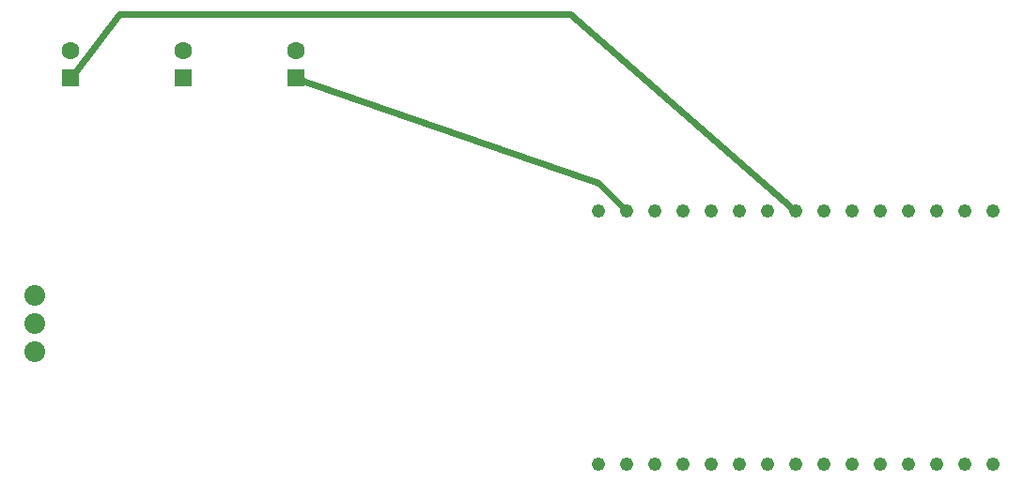
<source format=gtl>
G04 MADE WITH FRITZING*
G04 WWW.FRITZING.ORG*
G04 DOUBLE SIDED*
G04 HOLES PLATED*
G04 CONTOUR ON CENTER OF CONTOUR VECTOR*
%ASAXBY*%
%FSLAX23Y23*%
%MOIN*%
%OFA0B0*%
%SFA1.0B1.0*%
%ADD10C,0.073889*%
%ADD11C,0.047859*%
%ADD12C,0.062992*%
%ADD13R,0.062992X0.062992*%
%ADD14C,0.024000*%
%LNCOPPER1*%
G90*
G70*
G54D10*
X225Y1202D03*
X225Y1102D03*
X225Y1002D03*
G54D11*
X2426Y1502D03*
X2226Y605D03*
X2326Y605D03*
X2426Y605D03*
X2526Y605D03*
X2625Y605D03*
X2326Y1502D03*
X2226Y1502D03*
X2526Y1502D03*
X2725Y605D03*
X2825Y605D03*
X2925Y605D03*
X3025Y605D03*
X3125Y605D03*
X3225Y605D03*
X3324Y605D03*
X3424Y605D03*
X3524Y605D03*
X3624Y605D03*
X2925Y1502D03*
X3025Y1502D03*
X3125Y1502D03*
X3225Y1502D03*
X3324Y1502D03*
X3424Y1502D03*
X3524Y1502D03*
X3624Y1502D03*
X2625Y1502D03*
X2725Y1502D03*
X2825Y1502D03*
G54D12*
X751Y1977D03*
X751Y2075D03*
X1151Y1977D03*
X1151Y2075D03*
X351Y1977D03*
X351Y2075D03*
G54D13*
X751Y1977D03*
X1151Y1977D03*
X351Y1977D03*
G54D14*
X525Y2202D02*
X2124Y2202D01*
D02*
X2124Y2202D02*
X2908Y1517D01*
D02*
X367Y1998D02*
X525Y2202D01*
D02*
X1176Y1968D02*
X2226Y1602D01*
D02*
X2226Y1602D02*
X2310Y1518D01*
G04 End of Copper1*
M02*
</source>
